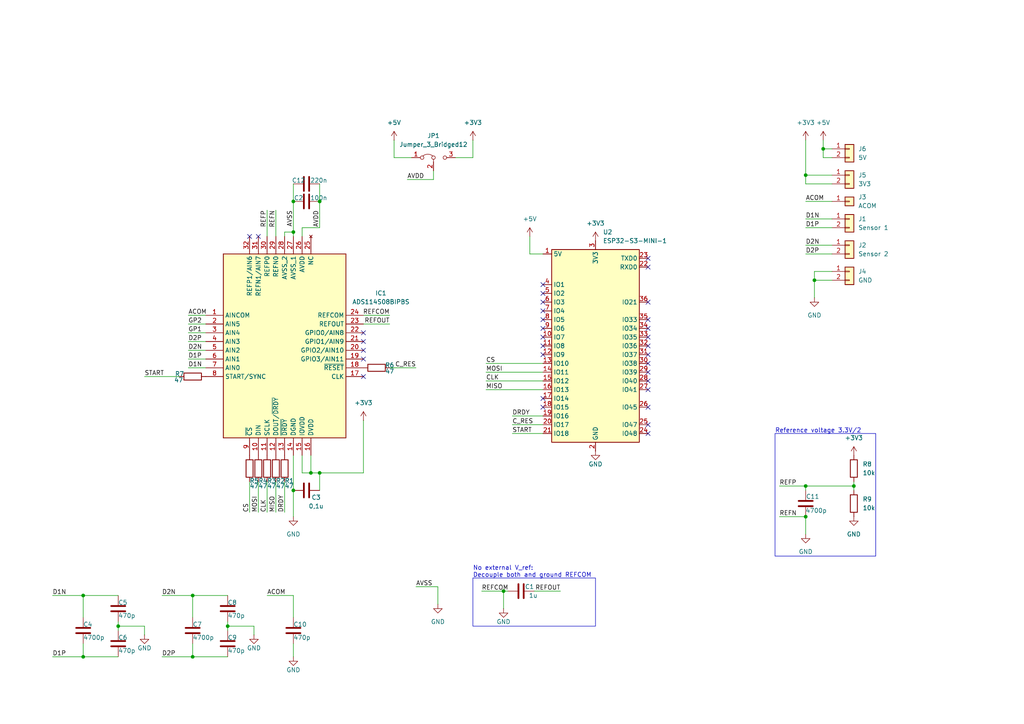
<source format=kicad_sch>
(kicad_sch (version 20250114) (generator "eeschema") (generator_version "9.0")
  (paper "A4")
  (lib_symbols
    (symbol "ADS114S08BIPBS:ADS114S08BIPBS"
      (property "Reference" "IC" (at 41.91 22.86 0))
      (property "Value" "ADS114S08BIPBS" (at 41.91 20.32 0))
      (symbol "ADS114S08BIPBS_1_1"
        (rectangle (start 5.08 17.78) (end 40.64 -35.56) (stroke (width 0.254)) (fill (type background)))
        (pin passive line (at 0 0 0) (length 5.08) (name "AINCOM") (number "1"))
        (pin passive line (at 0 -2.54 0) (length 5.08) (name "AIN5") (number "2"))
        (pin passive line (at 0 -5.08 0) (length 5.08) (name "AIN4") (number "3"))
        (pin passive line (at 0 -7.62 0) (length 5.08) (name "AIN3") (number "4"))
        (pin passive line (at 0 -10.16 0) (length 5.08) (name "AIN2") (number "5"))
        (pin passive line (at 0 -12.7 0) (length 5.08) (name "AIN1") (number "6"))
        (pin passive line (at 0 -15.24 0) (length 5.08) (name "AIN0") (number "7"))
        (pin passive line (at 0 -17.78 0) (length 5.08) (name "START/SYNC") (number "8"))
        (pin passive line (at 12.7 22.86 270) (length 5.08) (name "REFP1/AIN6") (number "32"))
        (pin passive line (at 12.7 -40.64 90) (length 5.08) (name "~{CS}") (number "9"))
        (pin passive line (at 15.24 22.86 270) (length 5.08) (name "REFN1/AIN7") (number "31"))
        (pin passive line (at 15.24 -40.64 90) (length 5.08) (name "DIN") (number "10"))
        (pin passive line (at 17.78 22.86 270) (length 5.08) (name "REFP0") (number "30"))
        (pin passive line (at 17.78 -40.64 90) (length 5.08) (name "SCLK") (number "11"))
        (pin passive line (at 20.32 22.86 270) (length 5.08) (name "REFN0") (number "29"))
        (pin passive line (at 20.32 -40.64 90) (length 5.08) (name "DOUT/~{DRDY}") (number "12"))
        (pin passive line (at 22.86 22.86 270) (length 5.08) (name "AVSS_2") (number "28"))
        (pin passive line (at 22.86 -40.64 90) (length 5.08) (name "~{DRDY}") (number "13"))
        (pin passive line (at 25.4 22.86 270) (length 5.08) (name "AVSS_1") (number "27"))
        (pin passive line (at 25.4 -40.64 90) (length 5.08) (name "DGND") (number "14"))
        (pin passive line (at 27.94 22.86 270) (length 5.08) (name "AVDD") (number "26"))
        (pin passive line (at 27.94 -40.64 90) (length 5.08) (name "IOVDD") (number "15"))
        (pin no_connect line (at 30.48 22.86 270) (length 5.08) (name "NC") (number "25"))
        (pin passive line (at 30.48 -40.64 90) (length 5.08) (name "DVDD") (number "16"))
        (pin passive line (at 45.72 0 180) (length 5.08) (name "REFCOM") (number "24"))
        (pin passive line (at 45.72 -2.54 180) (length 5.08) (name "REFOUT") (number "23"))
        (pin passive line (at 45.72 -5.08 180) (length 5.08) (name "GPIO0/AIN8") (number "22"))
        (pin passive line (at 45.72 -7.62 180) (length 5.08) (name "GPIO1/AIN9") (number "21"))
        (pin passive line (at 45.72 -10.16 180) (length 5.08) (name "GPIO2/AIN10") (number "20"))
        (pin passive line (at 45.72 -12.7 180) (length 5.08) (name "GPIO3/AIN11") (number "19"))
        (pin passive line (at 45.72 -15.24 180) (length 5.08) (name "~{RESET}") (number "18"))
        (pin passive line (at 45.72 -17.78 180) (length 5.08) (name "CLK") (number "17"))
      )
    )
    (symbol "Connector_Generic:Conn_01x01" (pin_names (offset 1.016) (hide yes))
      (property "Reference" "J" (at 0 2.54 0))
      (property "Value" "Conn_01x01" (at 0 -2.54 0))
      (symbol "Conn_01x01_1_1"
        (rectangle (start -1.27 1.27) (end 1.27 -1.27) (stroke (width 0.254)) (fill (type background)))
        (rectangle (start -1.27 0.127) (end 0 -0.127) (stroke (width 0.1524)))
        (pin passive line (at -5.08 0 0) (length 3.81) (name "Pin_1") (number "1"))
      )
    )
    (symbol "Connector_Generic:Conn_01x02" (pin_names (offset 1.016) (hide yes))
      (property "Reference" "J" (at 0 2.54 0))
      (property "Value" "Conn_01x02" (at 0 -5.08 0))
      (symbol "Conn_01x02_1_1"
        (rectangle (start -1.27 1.27) (end 1.27 -3.81) (stroke (width 0.254)) (fill (type background)))
        (rectangle (start -1.27 0.127) (end 0 -0.127) (stroke (width 0.1524)))
        (rectangle (start -1.27 -2.413) (end 0 -2.667) (stroke (width 0.1524)))
        (pin passive line (at -5.08 0 0) (length 3.81) (name "Pin_1") (number "1"))
        (pin passive line (at -5.08 -2.54 0) (length 3.81) (name "Pin_2") (number "2"))
      )
    )
    (symbol "Device:C" (pin_numbers (hide yes)) (pin_names (offset 0.254))
      (property "Reference" "C" (at 0.635 2.54 0))
      (property "Value" "C" (at 0.635 -2.54 0))
      (symbol "C_0_1"
        (polyline (pts (xy -2.032 0.762) (xy 2.032 0.762)) (stroke (width 0.508)))
        (polyline (pts (xy -2.032 -0.762) (xy 2.032 -0.762)) (stroke (width 0.508)))
      )
      (symbol "C_1_1"
        (pin passive line (at 0 3.81 270) (length 2.794) (name "~") (number "1"))
        (pin passive line (at 0 -3.81 90) (length 2.794) (name "~") (number "2"))
      )
    )
    (symbol "Device:R" (pin_numbers (hide yes)) (pin_names (offset 0))
      (property "Reference" "R" (at 2.032 0 90))
      (property "Value" "R" (at 0 0 90))
      (symbol "R_0_1"
        (rectangle (start -1.016 -2.54) (end 1.016 2.54) (stroke (width 0.254)))
      )
      (symbol "R_1_1"
        (pin passive line (at 0 3.81 270) (length 1.27) (name "~") (number "1"))
        (pin passive line (at 0 -3.81 90) (length 1.27) (name "~") (number "2"))
      )
    )
    (symbol "Jumper:Jumper_3_Bridged12" (pin_names (offset 0) (hide yes)) (exclude_from_sim yes) (in_bom no)
      (property "Reference" "JP" (at -2.54 -2.54 0))
      (property "Value" "Jumper_3_Bridged12" (at 0 2.794 0))
      (symbol "Jumper_3_Bridged12_0_0"
        (circle (center -3.302 0) (radius 0.508))
        (circle (center 0 0) (radius 0.508))
        (circle (center 3.302 0) (radius 0.508))
      )
      (symbol "Jumper_3_Bridged12_0_1"
        (arc (start -3.048 0.508) (mid -1.651 0.9912) (end -0.254 0.508))
        (polyline (pts (xy 0 -1.27) (xy 0 -0.508)))
      )
      (symbol "Jumper_3_Bridged12_1_1"
        (pin passive line (at -6.35 0 0) (length 2.54) (name "A") (number "1"))
        (pin passive line (at 0 -3.81 90) (length 2.54) (name "C") (number "2"))
        (pin passive line (at 6.35 0 180) (length 2.54) (name "B") (number "3"))
      )
    )
    (symbol "customs:ESP32-S3-MINI-1"
      (property "Reference" "U" (at -11.43 29.21 0))
      (property "Value" "ESP32-S3-MINI-1" (at 12.7 29.21 0))
      (symbol "ESP32-S3-MINI-1_0_1"
        (rectangle (start -12.7 27.94) (end 12.7 -27.94) (stroke (width 0.254)) (fill (type background)))
      )
      (symbol "ESP32-S3-MINI-1_1_1"
        (pin bidirectional line (at -15.24 26.67 0) (length 2.54) (name "5V") (number "1"))
        (pin bidirectional line (at -15.24 17.78 0) (length 2.54) (name "IO1") (number "4"))
        (pin bidirectional line (at -15.24 15.24 0) (length 2.54) (name "IO2") (number "5"))
        (pin bidirectional line (at -15.24 12.7 0) (length 2.54) (name "IO3") (number "6"))
        (pin bidirectional line (at -15.24 10.16 0) (length 2.54) (name "IO4") (number "7"))
        (pin bidirectional line (at -15.24 7.62 0) (length 2.54) (name "IO5") (number "8"))
        (pin bidirectional line (at -15.24 5.08 0) (length 2.54) (name "IO6") (number "9"))
        (pin bidirectional line (at -15.24 2.54 0) (length 2.54) (name "IO7") (number "10"))
        (pin bidirectional line (at -15.24 0 0) (length 2.54) (name "IO8") (number "11"))
        (pin bidirectional line (at -15.24 -2.54 0) (length 2.54) (name "IO9") (number "12"))
        (pin bidirectional line (at -15.24 -5.08 0) (length 2.54) (name "IO10") (number "13"))
        (pin bidirectional line (at -15.24 -7.62 0) (length 2.54) (name "IO11") (number "14"))
        (pin bidirectional line (at -15.24 -10.16 0) (length 2.54) (name "IO12") (number "15"))
        (pin bidirectional line (at -15.24 -12.7 0) (length 2.54) (name "IO13") (number "16"))
        (pin bidirectional line (at -15.24 -15.24 0) (length 2.54) (name "IO14") (number "17"))
        (pin bidirectional line (at -15.24 -17.78 0) (length 2.54) (name "IO15") (number "18"))
        (pin bidirectional line (at -15.24 -20.32 0) (length 2.54) (name "IO16") (number "19"))
        (pin bidirectional line (at -15.24 -22.86 0) (length 2.54) (name "IO17") (number "20"))
        (pin bidirectional line (at -15.24 -25.4 0) (length 2.54) (name "IO18") (number "21"))
        (pin power_in line (at 0 30.48 270) (length 2.54) (name "3V3") (number "3"))
        (pin passive line (at 0 -30.48 90) (length 2.54) (hide yes) (name "GND") (number "2"))
        (pin power_in line (at 0 -30.48 90) (length 2.54) (name "GND") (number "2"))
        (pin passive line (at 0 -30.48 90) (length 2.54) (hide yes) (name "GND") (number "42"))
        (pin passive line (at 0 -30.48 90) (length 2.54) (hide yes) (name "GND") (number "43"))
        (pin passive line (at 0 -30.48 90) (length 2.54) (hide yes) (name "GND") (number "46"))
        (pin passive line (at 0 -30.48 90) (length 2.54) (hide yes) (name "GND") (number "47"))
        (pin passive line (at 0 -30.48 90) (length 2.54) (hide yes) (name "GND") (number "48"))
        (pin passive line (at 0 -30.48 90) (length 2.54) (hide yes) (name "GND") (number "49"))
        (pin passive line (at 0 -30.48 90) (length 2.54) (hide yes) (name "GND") (number "50"))
        (pin passive line (at 0 -30.48 90) (length 2.54) (hide yes) (name "GND") (number "51"))
        (pin passive line (at 0 -30.48 90) (length 2.54) (hide yes) (name "GND") (number "52"))
        (pin passive line (at 0 -30.48 90) (length 2.54) (hide yes) (name "GND") (number "53"))
        (pin passive line (at 0 -30.48 90) (length 2.54) (hide yes) (name "GND") (number "54"))
        (pin passive line (at 0 -30.48 90) (length 2.54) (hide yes) (name "GND") (number "55"))
        (pin passive line (at 0 -30.48 90) (length 2.54) (hide yes) (name "GND") (number "56"))
        (pin passive line (at 0 -30.48 90) (length 2.54) (hide yes) (name "GND") (number "57"))
        (pin passive line (at 0 -30.48 90) (length 2.54) (hide yes) (name "GND") (number "58"))
        (pin passive line (at 0 -30.48 90) (length 2.54) (hide yes) (name "GND") (number "59"))
        (pin passive line (at 0 -30.48 90) (length 2.54) (hide yes) (name "GND") (number "60"))
        (pin passive line (at 0 -30.48 90) (length 2.54) (hide yes) (name "GND") (number "61"))
        (pin passive line (at 0 -30.48 90) (length 2.54) (hide yes) (name "GND") (number "62"))
        (pin passive line (at 0 -30.48 90) (length 2.54) (hide yes) (name "GND") (number "63"))
        (pin passive line (at 0 -30.48 90) (length 2.54) (hide yes) (name "GND") (number "64"))
        (pin passive line (at 0 -30.48 90) (length 2.54) (hide yes) (name "GND") (number "65"))
        (pin bidirectional line (at 15.24 25.4 180) (length 2.54) (name "TXD0") (number "23"))
        (pin bidirectional line (at 15.24 22.86 180) (length 2.54) (name "RXD0") (number "22"))
        (pin bidirectional line (at 15.24 12.7 180) (length 2.54) (name "IO21") (number "36"))
        (pin bidirectional line (at 15.24 7.62 180) (length 2.54) (name "IO33") (number "35"))
        (pin bidirectional line (at 15.24 5.08 180) (length 2.54) (name "IO34") (number "34"))
        (pin bidirectional line (at 15.24 2.54 180) (length 2.54) (name "IO35") (number "33"))
        (pin bidirectional line (at 15.24 0 180) (length 2.54) (name "IO36") (number "32"))
        (pin bidirectional line (at 15.24 -2.54 180) (length 2.54) (name "IO37") (number "31"))
        (pin bidirectional line (at 15.24 -5.08 180) (length 2.54) (name "IO38") (number "30"))
        (pin bidirectional line (at 15.24 -7.62 180) (length 2.54) (name "IO39") (number "29"))
        (pin bidirectional line (at 15.24 -10.16 180) (length 2.54) (name "IO40") (number "28"))
        (pin bidirectional line (at 15.24 -12.7 180) (length 2.54) (name "IO41") (number "27"))
        (pin bidirectional line (at 15.24 -17.78 180) (length 2.54) (name "IO45") (number "26"))
        (pin bidirectional line (at 15.24 -22.86 180) (length 2.54) (name "IO47") (number "25"))
        (pin bidirectional line (at 15.24 -25.4 180) (length 2.54) (name "IO48") (number "24"))
      )
    )
    (symbol "power:+3V3" (power) (pin_numbers (hide yes)) (pin_names (offset 0) (hide yes))
      (property "Value" "+3V3" (at 0 3.556 0))
      (symbol "+3V3_0_1"
        (polyline (pts (xy -0.762 1.27) (xy 0 2.54)))
        (polyline (pts (xy 0 2.54) (xy 0.762 1.27)))
        (polyline (pts (xy 0 0) (xy 0 2.54)))
      )
      (symbol "+3V3_1_1"
        (pin power_in line (at 0 0 90) (length 0) (name "~") (number "1"))
      )
    )
    (symbol "power:+5V" (power) (pin_numbers (hide yes)) (pin_names (offset 0) (hide yes))
      (property "Value" "+5V" (at 0 3.556 0))
      (symbol "+5V_0_1"
        (polyline (pts (xy -0.762 1.27) (xy 0 2.54)))
        (polyline (pts (xy 0 2.54) (xy 0.762 1.27)))
        (polyline (pts (xy 0 0) (xy 0 2.54)))
      )
      (symbol "+5V_1_1"
        (pin power_in line (at 0 0 90) (length 0) (name "~") (number "1"))
      )
    )
    (symbol "power:GND" (power) (pin_numbers (hide yes)) (pin_names (offset 0) (hide yes))
      (property "Value" "GND" (at 0 -3.81 0))
      (symbol "GND_0_1"
        (polyline (pts (xy 0 0) (xy 0 -1.27) (xy 1.27 -1.27) (xy 0 -2.54) (xy -1.27 -1.27) (xy 0 -1.27)))
      )
      (symbol "GND_1_1"
        (pin power_in line (at 0 0 270) (length 0) (name "~") (number "1"))
      )
    )
  )
  (rectangle (start 224.79 125.73) (end 254 161.29))
  (rectangle (start 137.16 167.64) (end 172.72 181.61))
  (text "No external V_ref:\nDecouple both and ground REFCOM" (at 137.16 167.64 0) (effects (font (size 1.27 1.27)) (justify left bottom)))
  (text "Reference voltage 3.3V/2" (at 224.79 125.73 0) (effects (font (size 1.27 1.27)) (justify left bottom)))
  (junction (at 66.04 181.61))
  (junction (at 247.65 140.97))
  (junction (at 90.17 137.16))
  (junction (at 55.88 172.72))
  (junction (at 92.71 137.16))
  (junction (at 85.09 142.24))
  (junction (at 85.09 58.42))
  (junction (at 146.05 171.45))
  (junction (at 34.29 181.61))
  (junction (at 24.13 172.72))
  (junction (at 233.68 149.86))
  (junction (at 238.76 43.18))
  (junction (at 55.88 190.5))
  (junction (at 233.68 50.8))
  (junction (at 24.13 190.5))
  (junction (at 85.09 67.31))
  (junction (at 236.22 81.28))
  (junction (at 92.71 58.42))
  (junction (at 233.68 140.97))
  (no_connect (at 157.48 118.11))
  (no_connect (at 187.96 110.49))
  (no_connect (at 105.41 109.22))
  (no_connect (at 157.48 82.55))
  (no_connect (at 187.96 113.03))
  (no_connect (at 105.41 101.6))
  (no_connect (at 187.96 125.73))
  (no_connect (at 157.48 100.33))
  (no_connect (at 187.96 95.25))
  (no_connect (at 157.48 90.17))
  (no_connect (at 187.96 77.47))
  (no_connect (at 187.96 118.11))
  (no_connect (at 157.48 92.71))
  (no_connect (at 187.96 100.33))
  (no_connect (at 157.48 102.87))
  (no_connect (at 187.96 102.87))
  (no_connect (at 157.48 97.79))
  (no_connect (at 187.96 97.79))
  (no_connect (at 105.41 99.06))
  (no_connect (at 72.39 68.58))
  (no_connect (at 157.48 95.25))
  (no_connect (at 187.96 92.71))
  (no_connect (at 105.41 104.14))
  (no_connect (at 187.96 107.95))
  (no_connect (at 187.96 87.63))
  (no_connect (at 187.96 123.19))
  (no_connect (at 105.41 96.52))
  (no_connect (at 157.48 85.09))
  (no_connect (at 157.48 115.57))
  (no_connect (at 187.96 74.93))
  (no_connect (at 157.48 87.63))
  (no_connect (at 74.93 68.58))
  (no_connect (at 187.96 105.41))
  (wire (pts (xy 34.29 180.34) (xy 34.29 181.61)))
  (wire (pts (xy 54.61 96.52) (xy 59.69 96.52)))
  (wire (pts (xy 132.08 45.72) (xy 137.16 45.72)))
  (wire (pts (xy 54.61 99.06) (xy 59.69 99.06)))
  (wire (pts (xy 77.47 60.96) (xy 77.47 68.58)))
  (wire (pts (xy 85.09 132.08) (xy 85.09 142.24)))
  (wire (pts (xy 46.99 172.72) (xy 55.88 172.72)))
  (wire (pts (xy 85.09 179.07) (xy 85.09 172.72)))
  (wire (pts (xy 148.59 120.65) (xy 157.48 120.65)))
  (wire (pts (xy 85.09 172.72) (xy 77.47 172.72)))
  (wire (pts (xy 238.76 45.72) (xy 241.3 45.72)))
  (wire (pts (xy 148.59 123.19) (xy 157.48 123.19)))
  (wire (pts (xy 24.13 172.72) (xy 24.13 179.07)))
  (wire (pts (xy 85.09 67.31) (xy 85.09 68.58)))
  (wire (pts (xy 233.68 63.5) (xy 241.3 63.5)))
  (wire (pts (xy 105.41 121.92) (xy 105.41 137.16)))
  (wire (pts (xy 34.29 181.61) (xy 34.29 182.88)))
  (wire (pts (xy 233.68 140.97) (xy 233.68 142.24)))
  (wire (pts (xy 148.59 125.73) (xy 157.48 125.73)))
  (wire (pts (xy 90.17 137.16) (xy 87.63 137.16)))
  (wire (pts (xy 85.09 58.42) (xy 85.09 67.31)))
  (wire (pts (xy 54.61 101.6) (xy 59.69 101.6)))
  (wire (pts (xy 77.47 139.7) (xy 77.47 148.59)))
  (wire (pts (xy 233.68 53.34) (xy 241.3 53.34)))
  (wire (pts (xy 90.17 132.08) (xy 90.17 137.16)))
  (wire (pts (xy 24.13 190.5) (xy 34.29 190.5)))
  (wire (pts (xy 46.99 190.5) (xy 55.88 190.5)))
  (wire (pts (xy 113.03 106.68) (xy 120.65 106.68)))
  (wire (pts (xy 24.13 186.69) (xy 24.13 190.5)))
  (wire (pts (xy 226.06 140.97) (xy 233.68 140.97)))
  (wire (pts (xy 41.91 109.22) (xy 52.07 109.22)))
  (wire (pts (xy 233.68 58.42) (xy 241.3 58.42)))
  (wire (pts (xy 72.39 139.7) (xy 72.39 148.59)))
  (wire (pts (xy 85.09 142.24) (xy 85.09 149.86)))
  (wire (pts (xy 55.88 172.72) (xy 66.04 172.72)))
  (wire (pts (xy 233.68 50.8) (xy 233.68 53.34)))
  (wire (pts (xy 140.97 105.41) (xy 157.48 105.41)))
  (wire (pts (xy 127 175.26) (xy 127 170.18)))
  (wire (pts (xy 54.61 91.44) (xy 59.69 91.44)))
  (wire (pts (xy 92.71 58.42) (xy 92.71 66.04)))
  (wire (pts (xy 146.05 171.45) (xy 146.05 176.53)))
  (wire (pts (xy 233.68 71.12) (xy 241.3 71.12)))
  (wire (pts (xy 66.04 181.61) (xy 73.66 181.61)))
  (wire (pts (xy 85.09 53.34) (xy 85.09 58.42)))
  (wire (pts (xy 15.24 172.72) (xy 24.13 172.72)))
  (wire (pts (xy 233.68 140.97) (xy 247.65 140.97)))
  (wire (pts (xy 82.55 67.31) (xy 85.09 67.31)))
  (wire (pts (xy 92.71 137.16) (xy 90.17 137.16)))
  (wire (pts (xy 92.71 137.16) (xy 92.71 142.24)))
  (wire (pts (xy 113.03 91.44) (xy 105.41 91.44)))
  (wire (pts (xy 74.93 139.7) (xy 74.93 148.59)))
  (wire (pts (xy 80.01 139.7) (xy 80.01 148.59)))
  (wire (pts (xy 139.7 171.45) (xy 146.05 171.45)))
  (wire (pts (xy 247.65 140.97) (xy 247.65 142.24)))
  (wire (pts (xy 114.3 40.64) (xy 114.3 45.72)))
  (wire (pts (xy 236.22 81.28) (xy 236.22 78.74)))
  (wire (pts (xy 87.63 66.04) (xy 87.63 68.58)))
  (wire (pts (xy 146.05 171.45) (xy 147.32 171.45)))
  (wire (pts (xy 15.24 190.5) (xy 24.13 190.5)))
  (wire (pts (xy 54.61 106.68) (xy 59.69 106.68)))
  (wire (pts (xy 73.66 181.61) (xy 73.66 184.15)))
  (wire (pts (xy 247.65 139.7) (xy 247.65 140.97)))
  (wire (pts (xy 55.88 190.5) (xy 66.04 190.5)))
  (wire (pts (xy 55.88 172.72) (xy 55.88 179.07)))
  (wire (pts (xy 238.76 43.18) (xy 238.76 45.72)))
  (wire (pts (xy 105.41 137.16) (xy 92.71 137.16)))
  (wire (pts (xy 66.04 181.61) (xy 66.04 182.88)))
  (wire (pts (xy 66.04 180.34) (xy 66.04 181.61)))
  (wire (pts (xy 140.97 110.49) (xy 157.48 110.49)))
  (wire (pts (xy 55.88 186.69) (xy 55.88 190.5)))
  (wire (pts (xy 238.76 43.18) (xy 241.3 43.18)))
  (wire (pts (xy 24.13 172.72) (xy 34.29 172.72)))
  (wire (pts (xy 54.61 93.98) (xy 59.69 93.98)))
  (wire (pts (xy 80.01 60.96) (xy 80.01 68.58)))
  (wire (pts (xy 114.3 45.72) (xy 119.38 45.72)))
  (wire (pts (xy 233.68 40.64) (xy 233.68 50.8)))
  (wire (pts (xy 87.63 137.16) (xy 87.63 132.08)))
  (wire (pts (xy 113.03 93.98) (xy 105.41 93.98)))
  (wire (pts (xy 125.73 52.07) (xy 125.73 49.53)))
  (wire (pts (xy 154.94 171.45) (xy 162.56 171.45)))
  (wire (pts (xy 140.97 107.95) (xy 157.48 107.95)))
  (wire (pts (xy 238.76 40.64) (xy 238.76 43.18)))
  (wire (pts (xy 34.29 181.61) (xy 41.91 181.61)))
  (wire (pts (xy 137.16 45.72) (xy 137.16 40.64)))
  (wire (pts (xy 54.61 104.14) (xy 59.69 104.14)))
  (wire (pts (xy 85.09 190.5) (xy 85.09 186.69)))
  (wire (pts (xy 233.68 66.04) (xy 241.3 66.04)))
  (wire (pts (xy 236.22 86.36) (xy 236.22 81.28)))
  (wire (pts (xy 92.71 66.04) (xy 87.63 66.04)))
  (wire (pts (xy 236.22 78.74) (xy 241.3 78.74)))
  (wire (pts (xy 226.06 149.86) (xy 233.68 149.86)))
  (wire (pts (xy 233.68 73.66) (xy 241.3 73.66)))
  (wire (pts (xy 127 170.18) (xy 120.65 170.18)))
  (wire (pts (xy 140.97 113.03) (xy 157.48 113.03)))
  (wire (pts (xy 153.67 73.66) (xy 157.48 73.66)))
  (wire (pts (xy 118.11 52.07) (xy 125.73 52.07)))
  (wire (pts (xy 41.91 181.61) (xy 41.91 184.15)))
  (wire (pts (xy 233.68 50.8) (xy 241.3 50.8)))
  (wire (pts (xy 92.71 53.34) (xy 92.71 58.42)))
  (wire (pts (xy 82.55 148.59) (xy 82.55 139.7)))
  (wire (pts (xy 233.68 154.94) (xy 233.68 149.86)))
  (wire (pts (xy 236.22 81.28) (xy 241.3 81.28)))
  (wire (pts (xy 153.67 68.58) (xy 153.67 73.66)))
  (wire (pts (xy 82.55 67.31) (xy 82.55 68.58)))
  (label "CLK" (at 77.47 148.59 90))
  (label "D2N" (at 46.99 172.72 0))
  (label "AVDD" (at 118.11 52.07 0))
  (label "AVSS" (at 85.09 60.96 270))
  (label "D2N" (at 54.61 101.6 0))
  (label "REFP" (at 77.47 60.96 270))
  (label "DRDY" (at 148.59 120.65 0))
  (label "ACOM" (at 77.47 172.72 0))
  (label "CS" (at 140.97 105.41 0))
  (label "ACOM" (at 54.61 91.44 0))
  (label "CS" (at 72.39 148.59 90))
  (label "CLK" (at 140.97 110.49 0))
  (label "REFN" (at 226.06 149.86 0))
  (label "D1P" (at 54.61 104.14 0))
  (label "MOSI" (at 74.93 148.59 90))
  (label "D2P" (at 46.99 190.5 0))
  (label "GP2" (at 54.61 93.98 0))
  (label "ACOM" (at 233.68 58.42 0))
  (label "D1P" (at 233.68 66.04 0))
  (label "D1N" (at 233.68 63.5 0))
  (label "MISO" (at 140.97 113.03 0))
  (label "MOSI" (at 140.97 107.95 0))
  (label "MISO" (at 80.01 148.59 90))
  (label "D1P" (at 15.24 190.5 0))
  (label "D1N" (at 54.61 106.68 0))
  (label "C_RES" (at 120.65 106.68 180))
  (label "AVDD" (at 92.71 60.96 270))
  (label "START" (at 41.91 109.22 0))
  (label "AVSS" (at 120.65 170.18 0))
  (label "D2P" (at 233.68 73.66 0))
  (label "REFOUT" (at 162.56 171.45 180))
  (label "D2N" (at 233.68 71.12 0))
  (label "C_RES" (at 148.59 123.19 0))
  (label "D1N" (at 15.24 172.72 0))
  (label "START" (at 148.59 125.73 0))
  (label "REFP" (at 226.06 140.97 0))
  (label "REFCOM" (at 139.7 171.45 0))
  (label "D2P" (at 54.61 99.06 0))
  (label "REFCOM" (at 113.03 91.44 180))
  (label "REFOUT" (at 113.03 93.98 180))
  (label "REFN" (at 80.01 60.96 270))
  (label "DRDY" (at 82.55 148.59 90))
  (label "GP1" (at 54.61 96.52 0))
  (symbol (lib_id "power:GND") (at 85.09 190.5 0) (unit 1)
    (property "Reference" "#PWR014" (effects (hide yes)))
    (property "Value" "GND" (at 85.09 194.31 0))
    (property "Description" "Power symbol creates a global label with name \"GND\" , ground" (effects (hide yes)))
  )
  (symbol (lib_id "Device:R") (at 247.65 135.89 0) (unit 1)
    (property "Reference" "R8" (at 250.19 134.6199 0) (effects (justify left)))
    (property "Value" "10k" (at 250.19 137.1599 0) (effects (justify left)))
    (property "Footprint" "Resistor_SMD:R_0603_1608Metric_Pad0.98x0.95mm_HandSolder" (effects (hide yes)))
    (property "Description" "Resistor" (effects (hide yes)))
  )
  (symbol (lib_id "Device:C") (at 34.29 176.53 0) (unit 1)
    (property "Reference" "C5" (at 34.29 174.752 0) (effects (justify left)))
    (property "Value" "470p" (at 34.29 178.562 0) (effects (justify left)))
    (property "Footprint" "Capacitor_SMD:C_0603_1608Metric_Pad1.08x0.95mm_HandSolder" (effects (hide yes)))
    (property "Description" "Unpolarized capacitor" (effects (hide yes)))
  )
  (symbol (lib_id "power:+5V") (at 238.76 40.64 0) (unit 1)
    (property "Reference" "#PWR016" (effects (hide yes)))
    (property "Value" "+5V" (at 238.76 35.56 0))
    (property "Description" "Power symbol creates a global label with name \"+5V\"" (effects (hide yes)))
  )
  (symbol (lib_id "Connector_Generic:Conn_01x02") (at 246.38 63.5 0) (unit 1)
    (property "Reference" "J1" (at 248.92 63.4999 0) (effects (justify left)))
    (property "Value" "Sensor 1" (at 248.92 66.0399 0) (effects (justify left)))
    (property "Footprint" "Connector_Wire:SolderWire-0.1sqmm_1x02_P3.6mm_D0.4mm_OD1mm" (effects (hide yes)))
    (property "Description" "Generic connector, single row, 01x02, script generated (kicad-library-utils/schlib/autogen/connector/)" (effects (hide yes)))
  )
  (symbol (lib_id "Device:R") (at 109.22 106.68 90) (unit 1)
    (property "Reference" "R6" (at 113.03 105.918 90))
    (property "Value" "47" (at 113.03 107.696 90))
    (property "Footprint" "Resistor_SMD:R_0603_1608Metric_Pad0.98x0.95mm_HandSolder" (effects (hide yes)))
    (property "Description" "Resistor" (effects (hide yes)))
  )
  (symbol (lib_id "Device:C") (at 85.09 182.88 0) (unit 1)
    (property "Reference" "C10" (at 85.09 181.102 0) (effects (justify left)))
    (property "Value" "470p" (at 85.09 184.912 0) (effects (justify left)))
    (property "Footprint" "Capacitor_SMD:C_0603_1608Metric_Pad1.08x0.95mm_HandSolder" (effects (hide yes)))
    (property "Description" "Unpolarized capacitor" (effects (hide yes)))
  )
  (symbol (lib_id "power:+3V3") (at 172.72 69.85 0) (unit 1)
    (property "Reference" "#PWR07" (effects (hide yes)))
    (property "Value" "+3V3" (at 172.72 64.77 0))
    (property "Description" "Power symbol creates a global label with name \"+3V3\"" (effects (hide yes)))
  )
  (symbol (lib_id "power:GND") (at 73.66 184.15 0) (unit 1)
    (property "Reference" "#PWR013" (effects (hide yes)))
    (property "Value" "GND" (at 73.66 187.96 0))
    (property "Description" "Power symbol creates a global label with name \"GND\" , ground" (effects (hide yes)))
  )
  (symbol (lib_id "customs:ESP32-S3-MINI-1") (at 172.72 100.33 0) (unit 1)
    (property "Reference" "U2" (at 174.8633 67.31 0) (effects (justify left)))
    (property "Value" "ESP32-S3-MINI-1" (at 174.8633 69.85 0) (effects (justify left)))
    (property "Footprint" "customs:ESP32-S3-tiny" (effects (hide yes)))
    (property "Datasheet" "https://www.espressif.com/sites/default/files/documentation/esp32-s3-mini-1_mini-1u_datasheet_en.pdf" (effects (hide yes)))
    (property "Description" "RF Module, ESP32-S3 SoC, Wi-Fi 802.11b/g/n, Bluetooth, BLE, 32-bit, 3.3V, SMD, onboard antenna" (effects (hide yes)))
  )
  (symbol (lib_id "power:+3V3") (at 105.41 121.92 0) (unit 1)
    (property "Reference" "#PWR04" (effects (hide yes)))
    (property "Value" "+3V3" (at 105.41 116.84 0))
    (property "Description" "Power symbol creates a global label with name \"+3V3\"" (effects (hide yes)))
  )
  (symbol (lib_id "power:+5V") (at 114.3 40.64 0) (unit 1)
    (property "Reference" "#PWR09" (effects (hide yes)))
    (property "Value" "+5V" (at 114.3 35.56 0))
    (property "Description" "Power symbol creates a global label with name \"+5V\"" (effects (hide yes)))
  )
  (symbol (lib_id "power:GND") (at 41.91 184.15 0) (unit 1)
    (property "Reference" "#PWR010" (effects (hide yes)))
    (property "Value" "GND" (at 41.91 187.96 0))
    (property "Description" "Power symbol creates a global label with name \"GND\" , ground" (effects (hide yes)))
  )
  (symbol (lib_id "Device:C") (at 233.68 146.05 180) (unit 1)
    (property "Reference" "C11" (at 235.712 144.018 0))
    (property "Value" "4700p" (at 236.728 148.082 0))
    (property "Footprint" "Capacitor_SMD:C_0603_1608Metric_Pad1.08x0.95mm_HandSolder" (effects (hide yes)))
    (property "Description" "Unpolarized capacitor" (effects (hide yes)))
  )
  (symbol (lib_id "Connector_Generic:Conn_01x02") (at 246.38 71.12 0) (unit 1)
    (property "Reference" "J2" (at 248.92 71.1199 0) (effects (justify left)))
    (property "Value" "Sensor 2" (at 248.92 73.6599 0) (effects (justify left)))
    (property "Footprint" "Connector_Wire:SolderWire-0.1sqmm_1x02_P3.6mm_D0.4mm_OD1mm" (effects (hide yes)))
    (property "Description" "Generic connector, single row, 01x02, script generated (kicad-library-utils/schlib/autogen/connector/)" (effects (hide yes)))
  )
  (symbol (lib_id "ADS114S08BIPBS:ADS114S08BIPBS") (at 59.69 91.44 0) (unit 1)
    (property "Reference" "IC1" (at 110.49 85.0198 0))
    (property "Value" "ADS114S08BIPBS" (at 110.49 87.5598 0))
    (property "Footprint" "ADS114S08BIPBS:QFP50P700X700X120-32N" (effects (hide yes)))
    (property "Datasheet" "http://www.ti.com/lit/ds/symlink/ads114s06b.pdf" (effects (hide yes)))
    (property "Description" "16-Bit, 4kSPS, 12-Ch Delta-Sigma ADC With PGA and Voltage Reference for Low-Cost Applications" (effects (hide yes)))
    (property "Height" "1.2" (effects (hide yes)))
    (property "Mouser Part Number" "595-ADS114S08BIPBS" (effects (hide yes)))
    (property "Mouser Price/Stock" "https://www.mouser.co.uk/ProductDetail/Texas-Instruments/ADS114S08BIPBS?qs=BZBei1rCqCDQBH%2FvFX3yrQ%3D%3D" (effects (hide yes)))
    (property "Manufacturer_Name" "Texas Instruments" (effects (hide yes)))
    (property "Manufacturer_Part_Number" "ADS114S08BIPBS" (effects (hide yes)))
  )
  (symbol (lib_id "Device:C") (at 88.9 53.34 90) (unit 1)
    (property "Reference" "C12" (at 86.614 52.324 90))
    (property "Value" "220n" (at 92.456 52.324 90))
    (property "Footprint" "Capacitor_SMD:C_0603_1608Metric_Pad1.08x0.95mm_HandSolder" (effects (hide yes)))
    (property "Description" "Unpolarized capacitor" (effects (hide yes)))
  )
  (symbol (lib_id "power:GND") (at 233.68 154.94 0) (unit 1)
    (property "Reference" "#PWR015" (effects (hide yes)))
    (property "Value" "GND" (at 233.68 160.02 0))
    (property "Description" "Power symbol creates a global label with name \"GND\" , ground" (effects (hide yes)))
  )
  (symbol (lib_id "power:GND") (at 85.09 149.86 0) (unit 1)
    (property "Reference" "#PWR01" (effects (hide yes)))
    (property "Value" "GND" (at 85.09 154.94 0))
    (property "Description" "Power symbol creates a global label with name \"GND\" , ground" (effects (hide yes)))
  )
  (symbol (lib_id "Connector_Generic:Conn_01x02") (at 246.38 78.74 0) (unit 1)
    (property "Reference" "J4" (at 248.92 78.7399 0) (effects (justify left)))
    (property "Value" "GND" (at 248.92 81.2799 0) (effects (justify left)))
    (property "Footprint" "Connector_PinHeader_2.54mm:PinHeader_1x02_P2.54mm_Vertical" (effects (hide yes)))
    (property "Description" "Generic connector, single row, 01x02, script generated (kicad-library-utils/schlib/autogen/connector/)" (effects (hide yes)))
  )
  (symbol (lib_id "Device:R") (at 72.39 135.89 0) (unit 1)
    (property "Reference" "R5" (at 72.39 139.446 0) (effects (justify left)))
    (property "Value" "47" (at 72.39 140.97 0) (effects (justify left)))
    (property "Footprint" "Resistor_SMD:R_0603_1608Metric_Pad0.98x0.95mm_HandSolder" (effects (hide yes)))
    (property "Description" "Resistor" (effects (hide yes)))
  )
  (symbol (lib_id "Device:R") (at 82.55 135.89 0) (unit 1)
    (property "Reference" "R1" (at 82.55 139.446 0) (effects (justify left)))
    (property "Value" "47" (at 82.55 140.97 0) (effects (justify left)))
    (property "Footprint" "Resistor_SMD:R_0603_1608Metric_Pad0.98x0.95mm_HandSolder" (effects (hide yes)))
    (property "Description" "Resistor" (effects (hide yes)))
  )
  (symbol (lib_id "Device:R") (at 74.93 135.89 0) (unit 1)
    (property "Reference" "R4" (at 74.93 139.446 0) (effects (justify left)))
    (property "Value" "47" (at 74.93 140.97 0) (effects (justify left)))
    (property "Footprint" "Resistor_SMD:R_0603_1608Metric_Pad0.98x0.95mm_HandSolder" (effects (hide yes)))
    (property "Description" "Resistor" (effects (hide yes)))
  )
  (symbol (lib_id "power:+5V") (at 153.67 68.58 0) (unit 1)
    (property "Reference" "#PWR08" (effects (hide yes)))
    (property "Value" "+5V" (at 153.67 63.5 0))
    (property "Description" "Power symbol creates a global label with name \"+5V\"" (effects (hide yes)))
  )
  (symbol (lib_id "Device:C") (at 66.04 176.53 0) (unit 1)
    (property "Reference" "C8" (at 66.04 174.752 0) (effects (justify left)))
    (property "Value" "470p" (at 66.04 178.562 0) (effects (justify left)))
    (property "Footprint" "Capacitor_SMD:C_0603_1608Metric_Pad1.08x0.95mm_HandSolder" (effects (hide yes)))
    (property "Description" "Unpolarized capacitor" (effects (hide yes)))
  )
  (symbol (lib_id "Device:C") (at 24.13 182.88 0) (unit 1)
    (property "Reference" "C4" (at 24.13 181.102 0) (effects (justify left)))
    (property "Value" "4700p" (at 24.13 184.912 0) (effects (justify left)))
    (property "Footprint" "Capacitor_SMD:C_0603_1608Metric_Pad1.08x0.95mm_HandSolder" (effects (hide yes)))
    (property "Description" "Unpolarized capacitor" (effects (hide yes)))
  )
  (symbol (lib_id "power:GND") (at 247.65 149.86 0) (unit 1)
    (property "Reference" "#PWR012" (effects (hide yes)))
    (property "Value" "GND" (at 247.65 154.94 0))
    (property "Description" "Power symbol creates a global label with name \"GND\" , ground" (effects (hide yes)))
  )
  (symbol (lib_id "power:GND") (at 172.72 130.81 0) (unit 1)
    (property "Reference" "#PWR06" (effects (hide yes)))
    (property "Value" "GND" (at 172.72 134.62 0))
    (property "Description" "Power symbol creates a global label with name \"GND\" , ground" (effects (hide yes)))
  )
  (symbol (lib_id "Connector_Generic:Conn_01x01") (at 246.38 58.42 0) (unit 1)
    (property "Reference" "J3" (at 248.92 57.1499 0) (effects (justify left)))
    (property "Value" "ACOM" (at 248.92 59.6899 0) (effects (justify left)))
    (property "Footprint" "Connector_Wire:SolderWire-0.1sqmm_1x01_D0.4mm_OD1mm" (effects (hide yes)))
    (property "Description" "Generic connector, single row, 01x01, script generated (kicad-library-utils/schlib/autogen/connector/)" (effects (hide yes)))
  )
  (symbol (lib_id "Device:R") (at 247.65 146.05 0) (unit 1)
    (property "Reference" "R9" (at 250.19 144.7799 0) (effects (justify left)))
    (property "Value" "10k" (at 250.19 147.3199 0) (effects (justify left)))
    (property "Footprint" "Resistor_SMD:R_0603_1608Metric_Pad0.98x0.95mm_HandSolder" (effects (hide yes)))
    (property "Description" "Resistor" (effects (hide yes)))
  )
  (symbol (lib_id "Device:R") (at 77.47 135.89 0) (unit 1)
    (property "Reference" "R3" (at 77.47 139.446 0) (effects (justify left)))
    (property "Value" "47" (at 77.47 140.97 0) (effects (justify left)))
    (property "Footprint" "Resistor_SMD:R_0603_1608Metric_Pad0.98x0.95mm_HandSolder" (effects (hide yes)))
    (property "Description" "Resistor" (effects (hide yes)))
  )
  (symbol (lib_id "power:GND") (at 146.05 176.53 0) (unit 1)
    (property "Reference" "#PWR05" (effects (hide yes)))
    (property "Value" "GND" (at 146.05 180.34 0))
    (property "Description" "Power symbol creates a global label with name \"GND\" , ground" (effects (hide yes)))
  )
  (symbol (lib_id "power:+3V3") (at 233.68 40.64 0) (unit 1)
    (property "Reference" "#PWR017" (effects (hide yes)))
    (property "Value" "+3V3" (at 233.68 35.56 0))
    (property "Description" "Power symbol creates a global label with name \"+3V3\"" (effects (hide yes)))
  )
  (symbol (lib_id "Device:C") (at 34.29 186.69 0) (unit 1)
    (property "Reference" "C6" (at 34.29 184.912 0) (effects (justify left)))
    (property "Value" "470p" (at 34.29 188.722 0) (effects (justify left)))
    (property "Footprint" "Capacitor_SMD:C_0603_1608Metric_Pad1.08x0.95mm_HandSolder" (effects (hide yes)))
    (property "Description" "Unpolarized capacitor" (effects (hide yes)))
  )
  (symbol (lib_id "Device:C") (at 55.88 182.88 0) (unit 1)
    (property "Reference" "C7" (at 55.88 181.102 0) (effects (justify left)))
    (property "Value" "4700p" (at 55.88 184.912 0) (effects (justify left)))
    (property "Footprint" "Capacitor_SMD:C_0603_1608Metric_Pad1.08x0.95mm_HandSolder" (effects (hide yes)))
    (property "Description" "Unpolarized capacitor" (effects (hide yes)))
  )
  (symbol (lib_id "Device:C") (at 88.9 142.24 90) (unit 1)
    (property "Reference" "C3" (at 91.694 144.272 90))
    (property "Value" "0,1u" (at 91.694 146.812 90))
    (property "Footprint" "Capacitor_SMD:C_0603_1608Metric_Pad1.08x0.95mm_HandSolder" (effects (hide yes)))
    (property "Description" "Unpolarized capacitor" (effects (hide yes)))
  )
  (symbol (lib_id "Device:R") (at 55.88 109.22 90) (unit 1)
    (property "Reference" "R7" (at 52.07 108.458 90))
    (property "Value" "47" (at 51.816 110.236 90))
    (property "Footprint" "Resistor_SMD:R_0603_1608Metric_Pad0.98x0.95mm_HandSolder" (effects (hide yes)))
    (property "Description" "Resistor" (effects (hide yes)))
  )
  (symbol (lib_id "Device:C") (at 88.9 58.42 90) (unit 1)
    (property "Reference" "C2" (at 86.614 57.404 90))
    (property "Value" "100n" (at 92.456 57.404 90))
    (property "Footprint" "Capacitor_SMD:C_0603_1608Metric_Pad1.08x0.95mm_HandSolder" (effects (hide yes)))
    (property "Description" "Unpolarized capacitor" (effects (hide yes)))
  )
  (symbol (lib_id "Jumper:Jumper_3_Bridged12") (at 125.73 45.72 0) (unit 1) (exclude_from_sim yes) (in_bom no)
    (property "Reference" "JP1" (at 125.73 39.37 0))
    (property "Value" "Jumper_3_Bridged12" (at 125.73 41.91 0))
    (property "Footprint" "Connector_PinHeader_2.54mm:PinHeader_1x03_P2.54mm_Vertical" (effects (hide yes)))
    (property "Description" "Jumper, 3-pole, pins 1+2 closed/bridged" (effects (hide yes)))
  )
  (symbol (lib_id "power:+3V3") (at 137.16 40.64 0) (unit 1)
    (property "Reference" "#PWR03" (effects (hide yes)))
    (property "Value" "+3V3" (at 137.16 35.56 0))
    (property "Description" "Power symbol creates a global label with name \"+3V3\"" (effects (hide yes)))
  )
  (symbol (lib_id "power:GND") (at 127 175.26 0) (unit 1)
    (property "Reference" "#PWR02" (effects (hide yes)))
    (property "Value" "GND" (at 127 180.34 0))
    (property "Description" "Power symbol creates a global label with name \"GND\" , ground" (effects (hide yes)))
  )
  (symbol (lib_id "Connector_Generic:Conn_01x02") (at 246.38 50.8 0) (unit 1)
    (property "Reference" "J5" (at 248.92 50.7999 0) (effects (justify left)))
    (property "Value" "3V3" (at 248.92 53.3399 0) (effects (justify left)))
    (property "Footprint" "Connector_PinHeader_2.54mm:PinHeader_1x02_P2.54mm_Vertical" (effects (hide yes)))
    (property "Description" "Generic connector, single row, 01x02, script generated (kicad-library-utils/schlib/autogen/connector/)" (effects (hide yes)))
  )
  (symbol (lib_id "power:+3V3") (at 247.65 132.08 0) (unit 1)
    (property "Reference" "#PWR011" (effects (hide yes)))
    (property "Value" "+3V3" (at 247.65 127 0))
    (property "Description" "Power symbol creates a global label with name \"+3V3\"" (effects (hide yes)))
  )
  (symbol (lib_id "power:GND") (at 236.22 86.36 0) (unit 1)
    (property "Reference" "#PWR018" (effects (hide yes)))
    (property "Value" "GND" (at 236.22 91.44 0))
    (property "Description" "Power symbol creates a global label with name \"GND\" , ground" (effects (hide yes)))
  )
  (symbol (lib_id "Device:C") (at 151.13 171.45 270) (unit 1)
    (property "Reference" "C1" (at 154.94 170.18 90) (effects (justify right)))
    (property "Value" "1u" (at 155.956 172.72 90) (effects (justify right)))
    (property "Footprint" "Capacitor_SMD:C_0603_1608Metric_Pad1.08x0.95mm_HandSolder" (effects (hide yes)))
    (property "Description" "Unpolarized capacitor" (effects (hide yes)))
  )
  (symbol (lib_id "Device:C") (at 66.04 186.69 0) (unit 1)
    (property "Reference" "C9" (at 66.04 184.912 0) (effects (justify left)))
    (property "Value" "470p" (at 66.04 188.722 0) (effects (justify left)))
    (property "Footprint" "Capacitor_SMD:C_0603_1608Metric_Pad1.08x0.95mm_HandSolder" (effects (hide yes)))
    (property "Description" "Unpolarized capacitor" (effects (hide yes)))
  )
  (symbol (lib_id "Connector_Generic:Conn_01x02") (at 246.38 43.18 0) (unit 1)
    (property "Reference" "J6" (at 248.92 43.1799 0) (effects (justify left)))
    (property "Value" "5V" (at 248.92 45.7199 0) (effects (justify left)))
    (property "Footprint" "Connector_PinHeader_2.54mm:PinHeader_1x02_P2.54mm_Vertical" (effects (hide yes)))
    (property "Description" "Generic connector, single row, 01x02, script generated (kicad-library-utils/schlib/autogen/connector/)" (effects (hide yes)))
  )
  (symbol (lib_id "Device:R") (at 80.01 135.89 0) (unit 1)
    (property "Reference" "R2" (at 80.01 139.446 0) (effects (justify left)))
    (property "Value" "47" (at 80.01 140.97 0) (effects (justify left)))
    (property "Footprint" "Resistor_SMD:R_0603_1608Metric_Pad0.98x0.95mm_HandSolder" (effects (hide yes)))
    (property "Description" "Resistor" (effects (hide yes)))
  )
)
</source>
